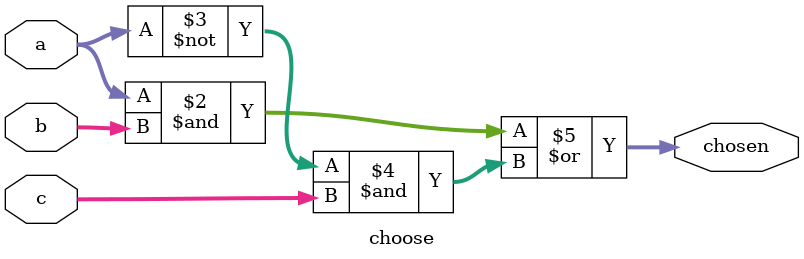
<source format=v>
module choose
(
    input  [7:0] a,
    input  [7:0] b,
    input  [7:0] c,
    output reg [7:0] chosen
);
    always @(a|b|c) 
    begin
        chosen = (a & b) | (~a & c);
    end
endmodule
</source>
